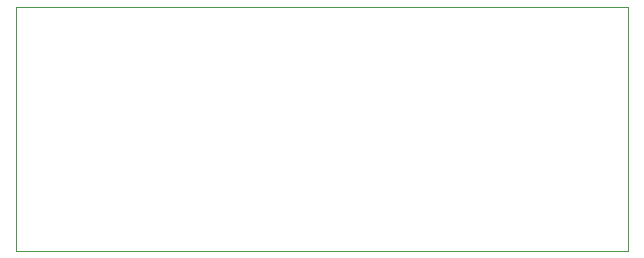
<source format=gko>
%FSLAX25Y25*%
%MOIN*%
G70*
G01*
G75*
%ADD50C,0.00394*%
D50*
X262000Y190000D02*
X466000D01*
X466000Y271500D02*
X466000Y190000D01*
X262000Y271500D02*
X466000Y271500D01*
X262000Y271500D02*
X262000Y190000D01*
M02*

</source>
